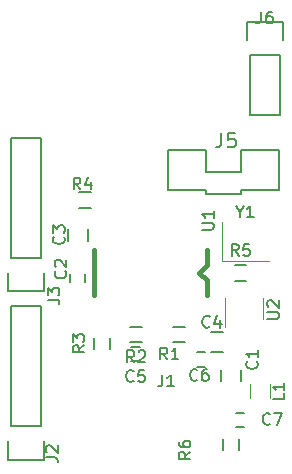
<source format=gto>
%TF.GenerationSoftware,KiCad,Pcbnew,(5.1.2-1)-1*%
%TF.CreationDate,2019-05-29T15:28:05+01:00*%
%TF.ProjectId,a5v11-mod-01,61357631-312d-46d6-9f64-2d30312e6b69,rev?*%
%TF.SameCoordinates,PX3740df8PY3c191b8*%
%TF.FileFunction,Legend,Top*%
%TF.FilePolarity,Positive*%
%FSLAX46Y46*%
G04 Gerber Fmt 4.6, Leading zero omitted, Abs format (unit mm)*
G04 Created by KiCad (PCBNEW (5.1.2-1)-1) date 2019-05-29 15:28:05*
%MOMM*%
%LPD*%
G04 APERTURE LIST*
%ADD10C,0.381000*%
%ADD11C,0.150000*%
%ADD12C,0.120000*%
G04 APERTURE END LIST*
D10*
X-3827400Y11605400D02*
X-3827400Y15415400D01*
X5697600Y11605400D02*
X5697600Y12875400D01*
X5697600Y12875400D02*
X5062600Y13510400D01*
X5062600Y13510400D02*
X5697600Y14145400D01*
X5697600Y14145400D02*
X5697600Y15415400D01*
D11*
X-5844402Y12694732D02*
X-5844402Y13394732D01*
X-4644402Y13394732D02*
X-4644402Y12694732D01*
X9342600Y31927400D02*
X9342600Y26847400D01*
X9342600Y26847400D02*
X11882600Y26847400D01*
X11882600Y26847400D02*
X11882600Y31927400D01*
X12162600Y34747400D02*
X12162600Y33197400D01*
X11882600Y31927400D02*
X9342600Y31927400D01*
X9062600Y33197400D02*
X9062600Y34747400D01*
X9062600Y34747400D02*
X12162600Y34747400D01*
X9052600Y12802400D02*
X8052600Y12802400D01*
X8052600Y14152400D02*
X9052600Y14152400D01*
X-4109402Y18973732D02*
X-5109402Y18973732D01*
X-5109402Y20323732D02*
X-4109402Y20323732D01*
X-2537402Y8020232D02*
X-2537402Y7020232D01*
X-3887402Y7020232D02*
X-3887402Y8020232D01*
X-791402Y8957232D02*
X208598Y8957232D01*
X208598Y7607232D02*
X-791402Y7607232D01*
X3828098Y7607232D02*
X2828098Y7607232D01*
X2828098Y8957232D02*
X3828098Y8957232D01*
D12*
X10462600Y9577400D02*
X10462600Y11377400D01*
X7242600Y11377400D02*
X7242600Y8927400D01*
D11*
X8626600Y20202400D02*
X5626600Y20202400D01*
X8626600Y22052400D02*
X5626600Y22052400D01*
X8626600Y22052400D02*
X8626600Y23877400D01*
X5626600Y22052400D02*
X5626600Y23877400D01*
X8626600Y23877400D02*
X11801600Y23877400D01*
X5626600Y23877400D02*
X2451600Y23877400D01*
X11801600Y23877400D02*
X11801600Y20477400D01*
X2451600Y23877400D02*
X2451600Y20477400D01*
X11801600Y20477400D02*
X8626600Y20477400D01*
X2451600Y20477400D02*
X5626600Y20477400D01*
X8626600Y20477400D02*
X8626600Y20202400D01*
X5626600Y20477400D02*
X5626600Y20202400D01*
X-8047400Y13517400D02*
X-8047400Y11967400D01*
X-8047400Y11967400D02*
X-11147400Y11967400D01*
X-11147400Y11967400D02*
X-11147400Y13517400D01*
X-10867400Y14787400D02*
X-10867400Y24947400D01*
X-10867400Y24947400D02*
X-8327400Y24947400D01*
X-8327400Y24947400D02*
X-8327400Y14787400D01*
X-10867400Y14787400D02*
X-8327400Y14787400D01*
X-8047400Y-772600D02*
X-8047400Y-2322600D01*
X-8047400Y-2322600D02*
X-11147400Y-2322600D01*
X-11147400Y-2322600D02*
X-11147400Y-772600D01*
X-10867400Y497400D02*
X-10867400Y10657400D01*
X-10867400Y10657400D02*
X-8327400Y10657400D01*
X-8327400Y10657400D02*
X-8327400Y497400D01*
X-10867400Y497400D02*
X-8327400Y497400D01*
X6912600Y5317400D02*
X6912600Y4317400D01*
X8612600Y4317400D02*
X8612600Y5317400D01*
X-6094402Y17227732D02*
X-6094402Y16227732D01*
X-4394402Y16227732D02*
X-4394402Y17227732D01*
X7062600Y8517400D02*
X6062600Y8517400D01*
X6062600Y6817400D02*
X7062600Y6817400D01*
X5562600Y5567400D02*
X4862600Y5567400D01*
X4862600Y6767400D02*
X5562600Y6767400D01*
D12*
X11082600Y4067400D02*
X11082600Y2867400D01*
X9322600Y2867400D02*
X9322600Y4067400D01*
D11*
X12600Y6017400D02*
X-687400Y6017400D01*
X-687400Y7217400D02*
X12600Y7217400D01*
X8862600Y467400D02*
X8162600Y467400D01*
X8162600Y1667400D02*
X8862600Y1667400D01*
X7087600Y-1532600D02*
X7087600Y-532600D01*
X8437600Y-532600D02*
X8437600Y-1532600D01*
D12*
X6948600Y17843400D02*
X6948600Y14543400D01*
X6948600Y14543400D02*
X10948600Y14543400D01*
D11*
X5284982Y17166164D02*
X6094506Y17166164D01*
X6189744Y17213783D01*
X6237363Y17261402D01*
X6284982Y17356640D01*
X6284982Y17547116D01*
X6237363Y17642354D01*
X6189744Y17689973D01*
X6094506Y17737592D01*
X5284982Y17737592D01*
X6284982Y18737592D02*
X6284982Y18166164D01*
X6284982Y18451878D02*
X5284982Y18451878D01*
X5427840Y18356640D01*
X5523078Y18261402D01*
X5570697Y18166164D01*
X-6280258Y13650734D02*
X-6232639Y13603115D01*
X-6185020Y13460258D01*
X-6185020Y13365020D01*
X-6232639Y13222162D01*
X-6327877Y13126924D01*
X-6423115Y13079305D01*
X-6613591Y13031686D01*
X-6756448Y13031686D01*
X-6946924Y13079305D01*
X-7042162Y13126924D01*
X-7137400Y13222162D01*
X-7185020Y13365020D01*
X-7185020Y13460258D01*
X-7137400Y13603115D01*
X-7089781Y13650734D01*
X-7089781Y14031686D02*
X-7137400Y14079305D01*
X-7185020Y14174543D01*
X-7185020Y14412639D01*
X-7137400Y14507877D01*
X-7089781Y14555496D01*
X-6994543Y14603115D01*
X-6899305Y14603115D01*
X-6756448Y14555496D01*
X-6185020Y13984067D01*
X-6185020Y14603115D01*
X10279266Y35625020D02*
X10279266Y34910734D01*
X10231647Y34767877D01*
X10136409Y34672639D01*
X9993552Y34625020D01*
X9898314Y34625020D01*
X11184028Y35625020D02*
X10993552Y35625020D01*
X10898314Y35577400D01*
X10850695Y35529781D01*
X10755457Y35386924D01*
X10707838Y35196448D01*
X10707838Y34815496D01*
X10755457Y34720258D01*
X10803076Y34672639D01*
X10898314Y34625020D01*
X11088790Y34625020D01*
X11184028Y34672639D01*
X11231647Y34720258D01*
X11279266Y34815496D01*
X11279266Y35053591D01*
X11231647Y35148829D01*
X11184028Y35196448D01*
X11088790Y35244067D01*
X10898314Y35244067D01*
X10803076Y35196448D01*
X10755457Y35148829D01*
X10707838Y35053591D01*
X8385933Y14925020D02*
X8052600Y15401210D01*
X7814504Y14925020D02*
X7814504Y15925020D01*
X8195457Y15925020D01*
X8290695Y15877400D01*
X8338314Y15829781D01*
X8385933Y15734543D01*
X8385933Y15591686D01*
X8338314Y15496448D01*
X8290695Y15448829D01*
X8195457Y15401210D01*
X7814504Y15401210D01*
X9290695Y15925020D02*
X8814504Y15925020D01*
X8766885Y15448829D01*
X8814504Y15496448D01*
X8909742Y15544067D01*
X9147838Y15544067D01*
X9243076Y15496448D01*
X9290695Y15448829D01*
X9338314Y15353591D01*
X9338314Y15115496D01*
X9290695Y15020258D01*
X9243076Y14972639D01*
X9147838Y14925020D01*
X8909742Y14925020D01*
X8814504Y14972639D01*
X8766885Y15020258D01*
X-5004067Y20565020D02*
X-5337400Y21041210D01*
X-5575496Y20565020D02*
X-5575496Y21565020D01*
X-5194543Y21565020D01*
X-5099305Y21517400D01*
X-5051686Y21469781D01*
X-5004067Y21374543D01*
X-5004067Y21231686D01*
X-5051686Y21136448D01*
X-5099305Y21088829D01*
X-5194543Y21041210D01*
X-5575496Y21041210D01*
X-4146924Y21231686D02*
X-4146924Y20565020D01*
X-4385020Y21612639D02*
X-4623115Y20898353D01*
X-4004067Y20898353D01*
X-4660022Y7353566D02*
X-5136212Y7020232D01*
X-4660022Y6782137D02*
X-5660022Y6782137D01*
X-5660022Y7163090D01*
X-5612402Y7258328D01*
X-5564783Y7305947D01*
X-5469545Y7353566D01*
X-5326688Y7353566D01*
X-5231450Y7305947D01*
X-5183831Y7258328D01*
X-5136212Y7163090D01*
X-5136212Y6782137D01*
X-5660022Y7686899D02*
X-5660022Y8305947D01*
X-5279069Y7972613D01*
X-5279069Y8115471D01*
X-5231450Y8210709D01*
X-5183831Y8258328D01*
X-5088593Y8305947D01*
X-4850498Y8305947D01*
X-4755260Y8258328D01*
X-4707641Y8210709D01*
X-4660022Y8115471D01*
X-4660022Y7829756D01*
X-4707641Y7734518D01*
X-4755260Y7686899D01*
X-458069Y5929852D02*
X-791402Y6406042D01*
X-1029498Y5929852D02*
X-1029498Y6929852D01*
X-648545Y6929852D01*
X-553307Y6882232D01*
X-505688Y6834613D01*
X-458069Y6739375D01*
X-458069Y6596518D01*
X-505688Y6501280D01*
X-553307Y6453661D01*
X-648545Y6406042D01*
X-1029498Y6406042D01*
X-77117Y6834613D02*
X-29498Y6882232D01*
X65740Y6929852D01*
X303836Y6929852D01*
X399074Y6882232D01*
X446693Y6834613D01*
X494312Y6739375D01*
X494312Y6644137D01*
X446693Y6501280D01*
X-124736Y5929852D01*
X494312Y5929852D01*
X2345933Y6165020D02*
X2012600Y6641210D01*
X1774504Y6165020D02*
X1774504Y7165020D01*
X2155457Y7165020D01*
X2250695Y7117400D01*
X2298314Y7069781D01*
X2345933Y6974543D01*
X2345933Y6831686D01*
X2298314Y6736448D01*
X2250695Y6688829D01*
X2155457Y6641210D01*
X1774504Y6641210D01*
X3298314Y6165020D02*
X2726885Y6165020D01*
X3012600Y6165020D02*
X3012600Y7165020D01*
X2917361Y7022162D01*
X2822123Y6926924D01*
X2726885Y6879305D01*
X10814980Y9605496D02*
X11624504Y9605496D01*
X11719742Y9653115D01*
X11767361Y9700734D01*
X11814980Y9795972D01*
X11814980Y9986448D01*
X11767361Y10081686D01*
X11719742Y10129305D01*
X11624504Y10176924D01*
X10814980Y10176924D01*
X10910219Y10605496D02*
X10862600Y10653115D01*
X10814980Y10748353D01*
X10814980Y10986448D01*
X10862600Y11081686D01*
X10910219Y11129305D01*
X11005457Y11176924D01*
X11100695Y11176924D01*
X11243552Y11129305D01*
X11814980Y10557877D01*
X11814980Y11176924D01*
X6940600Y25320543D02*
X6940600Y24463400D01*
X6883457Y24291972D01*
X6769171Y24177686D01*
X6597742Y24120543D01*
X6483457Y24120543D01*
X8083457Y25320543D02*
X7512028Y25320543D01*
X7454885Y24749115D01*
X7512028Y24806258D01*
X7626314Y24863400D01*
X7912028Y24863400D01*
X8026314Y24806258D01*
X8083457Y24749115D01*
X8140600Y24634829D01*
X8140600Y24349115D01*
X8083457Y24234829D01*
X8026314Y24177686D01*
X7912028Y24120543D01*
X7626314Y24120543D01*
X7512028Y24177686D01*
X7454885Y24234829D01*
X-7785020Y11234067D02*
X-7070734Y11234067D01*
X-6927877Y11186448D01*
X-6832639Y11091210D01*
X-6785020Y10948353D01*
X-6785020Y10853115D01*
X-7785020Y11615020D02*
X-7785020Y12234067D01*
X-7404067Y11900734D01*
X-7404067Y12043591D01*
X-7356448Y12138829D01*
X-7308829Y12186448D01*
X-7213591Y12234067D01*
X-6975496Y12234067D01*
X-6880258Y12186448D01*
X-6832639Y12138829D01*
X-6785020Y12043591D01*
X-6785020Y11757877D01*
X-6832639Y11662639D01*
X-6880258Y11615020D01*
X-7935020Y-2115933D02*
X-7220734Y-2115933D01*
X-7077877Y-2163552D01*
X-6982639Y-2258790D01*
X-6935020Y-2401647D01*
X-6935020Y-2496885D01*
X-7839781Y-1687361D02*
X-7887400Y-1639742D01*
X-7935020Y-1544504D01*
X-7935020Y-1306409D01*
X-7887400Y-1211171D01*
X-7839781Y-1163552D01*
X-7744543Y-1115933D01*
X-7649305Y-1115933D01*
X-7506448Y-1163552D01*
X-6935020Y-1734980D01*
X-6935020Y-1115933D01*
X1927266Y4891020D02*
X1927266Y4176734D01*
X1879647Y4033877D01*
X1784409Y3938639D01*
X1641552Y3891020D01*
X1546314Y3891020D01*
X2927266Y3891020D02*
X2355838Y3891020D01*
X2641552Y3891020D02*
X2641552Y4891020D01*
X2546314Y4748162D01*
X2451076Y4652924D01*
X2355838Y4605305D01*
X9919742Y6000734D02*
X9967361Y5953115D01*
X10014980Y5810258D01*
X10014980Y5715020D01*
X9967361Y5572162D01*
X9872123Y5476924D01*
X9776885Y5429305D01*
X9586409Y5381686D01*
X9443552Y5381686D01*
X9253076Y5429305D01*
X9157838Y5476924D01*
X9062600Y5572162D01*
X9014980Y5715020D01*
X9014980Y5810258D01*
X9062600Y5953115D01*
X9110219Y6000734D01*
X10014980Y6953115D02*
X10014980Y6381686D01*
X10014980Y6667400D02*
X9014980Y6667400D01*
X9157838Y6572162D01*
X9253076Y6476924D01*
X9300695Y6381686D01*
X-6430258Y16561066D02*
X-6382639Y16513447D01*
X-6335020Y16370590D01*
X-6335020Y16275352D01*
X-6382639Y16132494D01*
X-6477877Y16037256D01*
X-6573115Y15989637D01*
X-6763591Y15942018D01*
X-6906448Y15942018D01*
X-7096924Y15989637D01*
X-7192162Y16037256D01*
X-7287400Y16132494D01*
X-7335020Y16275352D01*
X-7335020Y16370590D01*
X-7287400Y16513447D01*
X-7239781Y16561066D01*
X-7335020Y16894399D02*
X-7335020Y17513447D01*
X-6954067Y17180113D01*
X-6954067Y17322971D01*
X-6906448Y17418209D01*
X-6858829Y17465828D01*
X-6763591Y17513447D01*
X-6525496Y17513447D01*
X-6430258Y17465828D01*
X-6382639Y17418209D01*
X-6335020Y17322971D01*
X-6335020Y17037256D01*
X-6382639Y16942018D01*
X-6430258Y16894399D01*
X5945933Y8960258D02*
X5898314Y8912639D01*
X5755457Y8865020D01*
X5660219Y8865020D01*
X5517361Y8912639D01*
X5422123Y9007877D01*
X5374504Y9103115D01*
X5326885Y9293591D01*
X5326885Y9436448D01*
X5374504Y9626924D01*
X5422123Y9722162D01*
X5517361Y9817400D01*
X5660219Y9865020D01*
X5755457Y9865020D01*
X5898314Y9817400D01*
X5945933Y9769781D01*
X6803076Y9531686D02*
X6803076Y8865020D01*
X6564980Y9912639D02*
X6326885Y9198353D01*
X6945933Y9198353D01*
X4895933Y4460258D02*
X4848314Y4412639D01*
X4705457Y4365020D01*
X4610219Y4365020D01*
X4467361Y4412639D01*
X4372123Y4507877D01*
X4324504Y4603115D01*
X4276885Y4793591D01*
X4276885Y4936448D01*
X4324504Y5126924D01*
X4372123Y5222162D01*
X4467361Y5317400D01*
X4610219Y5365020D01*
X4705457Y5365020D01*
X4848314Y5317400D01*
X4895933Y5269781D01*
X5753076Y5365020D02*
X5562600Y5365020D01*
X5467361Y5317400D01*
X5419742Y5269781D01*
X5324504Y5126924D01*
X5276885Y4936448D01*
X5276885Y4555496D01*
X5324504Y4460258D01*
X5372123Y4412639D01*
X5467361Y4365020D01*
X5657838Y4365020D01*
X5753076Y4412639D01*
X5800695Y4460258D01*
X5848314Y4555496D01*
X5848314Y4793591D01*
X5800695Y4888829D01*
X5753076Y4936448D01*
X5657838Y4984067D01*
X5467361Y4984067D01*
X5372123Y4936448D01*
X5324504Y4888829D01*
X5276885Y4793591D01*
X12264980Y3300734D02*
X12264980Y2824543D01*
X11264980Y2824543D01*
X12264980Y4157877D02*
X12264980Y3586448D01*
X12264980Y3872162D02*
X11264980Y3872162D01*
X11407838Y3776924D01*
X11503076Y3681686D01*
X11550695Y3586448D01*
X-504067Y4360258D02*
X-551686Y4312639D01*
X-694543Y4265020D01*
X-789781Y4265020D01*
X-932639Y4312639D01*
X-1027877Y4407877D01*
X-1075496Y4503115D01*
X-1123115Y4693591D01*
X-1123115Y4836448D01*
X-1075496Y5026924D01*
X-1027877Y5122162D01*
X-932639Y5217400D01*
X-789781Y5265020D01*
X-694543Y5265020D01*
X-551686Y5217400D01*
X-504067Y5169781D01*
X400695Y5265020D02*
X-75496Y5265020D01*
X-123115Y4788829D01*
X-75496Y4836448D01*
X19742Y4884067D01*
X257838Y4884067D01*
X353076Y4836448D01*
X400695Y4788829D01*
X448314Y4693591D01*
X448314Y4455496D01*
X400695Y4360258D01*
X353076Y4312639D01*
X257838Y4265020D01*
X19742Y4265020D01*
X-75496Y4312639D01*
X-123115Y4360258D01*
X11045933Y710258D02*
X10998314Y662639D01*
X10855457Y615020D01*
X10760219Y615020D01*
X10617361Y662639D01*
X10522123Y757877D01*
X10474504Y853115D01*
X10426885Y1043591D01*
X10426885Y1186448D01*
X10474504Y1376924D01*
X10522123Y1472162D01*
X10617361Y1567400D01*
X10760219Y1615020D01*
X10855457Y1615020D01*
X10998314Y1567400D01*
X11045933Y1519781D01*
X11379266Y1615020D02*
X12045933Y1615020D01*
X11617361Y615020D01*
X4314980Y-1649266D02*
X3838790Y-1982600D01*
X4314980Y-2220695D02*
X3314980Y-2220695D01*
X3314980Y-1839742D01*
X3362600Y-1744504D01*
X3410219Y-1696885D01*
X3505457Y-1649266D01*
X3648314Y-1649266D01*
X3743552Y-1696885D01*
X3791171Y-1744504D01*
X3838790Y-1839742D01*
X3838790Y-2220695D01*
X3314980Y-792123D02*
X3314980Y-982600D01*
X3362600Y-1077838D01*
X3410219Y-1125457D01*
X3553076Y-1220695D01*
X3743552Y-1268314D01*
X4124504Y-1268314D01*
X4219742Y-1220695D01*
X4267361Y-1173076D01*
X4314980Y-1077838D01*
X4314980Y-887361D01*
X4267361Y-792123D01*
X4219742Y-744504D01*
X4124504Y-696885D01*
X3886409Y-696885D01*
X3791171Y-744504D01*
X3743552Y-792123D01*
X3695933Y-887361D01*
X3695933Y-1077838D01*
X3743552Y-1173076D01*
X3791171Y-1220695D01*
X3886409Y-1268314D01*
X8472409Y18667210D02*
X8472409Y18191020D01*
X8139076Y19191020D02*
X8472409Y18667210D01*
X8805742Y19191020D01*
X9662885Y18191020D02*
X9091457Y18191020D01*
X9377171Y18191020D02*
X9377171Y19191020D01*
X9281933Y19048162D01*
X9186695Y18952924D01*
X9091457Y18905305D01*
M02*

</source>
